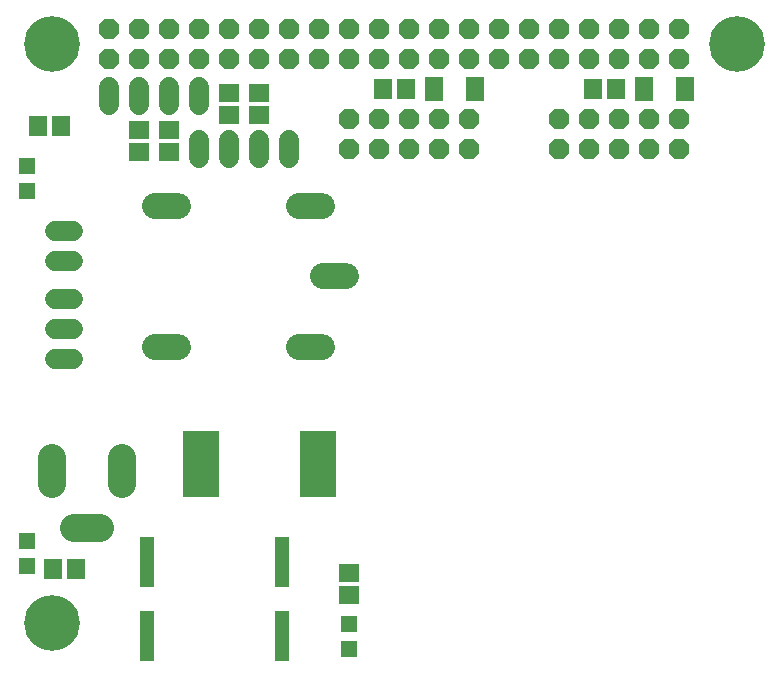
<source format=gbr>
G75*
%MOIN*%
%OFA0B0*%
%FSLAX25Y25*%
%IPPOS*%
%LPD*%
%AMOC8*
5,1,8,0,0,1.08239X$1,22.5*
%
%ADD10R,0.05100X0.16800*%
%ADD11OC8,0.06800*%
%ADD12C,0.06800*%
%ADD13C,0.08600*%
%ADD14R,0.12217X0.22060*%
%ADD15R,0.05524X0.05524*%
%ADD16R,0.05918X0.06706*%
%ADD17R,0.06706X0.05918*%
%ADD18C,0.09400*%
%ADD19R,0.06312X0.07887*%
%ADD20C,0.18580*%
D10*
X0082500Y0076134D03*
X0082500Y0100734D03*
X0127500Y0100734D03*
X0127500Y0076134D03*
D11*
X0150000Y0238434D03*
X0150000Y0248434D03*
X0160000Y0248434D03*
X0170000Y0248434D03*
X0170000Y0238434D03*
X0160000Y0238434D03*
X0180000Y0238434D03*
X0180000Y0248434D03*
X0190000Y0248434D03*
X0190000Y0238434D03*
X0190000Y0268434D03*
X0180000Y0268434D03*
X0180000Y0278434D03*
X0190000Y0278434D03*
X0200000Y0278434D03*
X0210000Y0278434D03*
X0220000Y0278434D03*
X0230000Y0278434D03*
X0240000Y0278434D03*
X0250000Y0278434D03*
X0260000Y0278434D03*
X0260000Y0268434D03*
X0250000Y0268434D03*
X0240000Y0268434D03*
X0230000Y0268434D03*
X0220000Y0268434D03*
X0210000Y0268434D03*
X0200000Y0268434D03*
X0220000Y0248434D03*
X0230000Y0248434D03*
X0240000Y0248434D03*
X0240000Y0238434D03*
X0230000Y0238434D03*
X0220000Y0238434D03*
X0250000Y0238434D03*
X0250000Y0248434D03*
X0260000Y0248434D03*
X0260000Y0238434D03*
X0170000Y0268434D03*
X0160000Y0268434D03*
X0150000Y0268434D03*
X0140000Y0268434D03*
X0140000Y0278434D03*
X0150000Y0278434D03*
X0160000Y0278434D03*
X0170000Y0278434D03*
X0130000Y0278434D03*
X0120000Y0278434D03*
X0110000Y0278434D03*
X0100000Y0278434D03*
X0090000Y0278434D03*
X0080000Y0278434D03*
X0070000Y0278434D03*
X0070000Y0268434D03*
X0080000Y0268434D03*
X0090000Y0268434D03*
X0100000Y0268434D03*
X0110000Y0268434D03*
X0120000Y0268434D03*
X0130000Y0268434D03*
D12*
X0130000Y0241434D02*
X0130000Y0235434D01*
X0120000Y0235434D02*
X0120000Y0241434D01*
X0110000Y0241434D02*
X0110000Y0235434D01*
X0100000Y0235434D02*
X0100000Y0241434D01*
X0100000Y0252934D02*
X0100000Y0258934D01*
X0090000Y0258934D02*
X0090000Y0252934D01*
X0080000Y0252934D02*
X0080000Y0258934D01*
X0070000Y0258934D02*
X0070000Y0252934D01*
X0058000Y0210934D02*
X0052000Y0210934D01*
X0052000Y0200934D02*
X0058000Y0200934D01*
X0058000Y0188434D02*
X0052000Y0188434D01*
X0052000Y0178434D02*
X0058000Y0178434D01*
X0058000Y0168434D02*
X0052000Y0168434D01*
D13*
X0085100Y0172434D02*
X0092900Y0172434D01*
X0133100Y0172434D02*
X0140900Y0172434D01*
X0141100Y0195934D02*
X0148900Y0195934D01*
X0140900Y0219434D02*
X0133100Y0219434D01*
X0092900Y0219434D02*
X0085100Y0219434D01*
D14*
X0100512Y0133434D03*
X0139488Y0133434D03*
D15*
X0150000Y0080067D03*
X0150000Y0071800D03*
X0042500Y0099300D03*
X0042500Y0107567D03*
X0042500Y0224300D03*
X0042500Y0232567D03*
D16*
X0046260Y0245934D03*
X0053740Y0245934D03*
X0161260Y0258434D03*
X0168740Y0258434D03*
X0231260Y0258434D03*
X0238740Y0258434D03*
X0058740Y0098434D03*
X0051260Y0098434D03*
D17*
X0150000Y0097174D03*
X0150000Y0089693D03*
X0090000Y0237193D03*
X0090000Y0244674D03*
X0080000Y0244674D03*
X0080000Y0237193D03*
X0110000Y0249693D03*
X0110000Y0257174D03*
X0120000Y0257174D03*
X0120000Y0249693D03*
D18*
X0074311Y0135234D02*
X0074311Y0126634D01*
X0066800Y0112036D02*
X0058200Y0112036D01*
X0050689Y0126634D02*
X0050689Y0135234D01*
D19*
X0178307Y0258434D03*
X0191693Y0258434D03*
X0248307Y0258434D03*
X0261693Y0258434D03*
D20*
X0050883Y0080489D03*
X0050882Y0273402D03*
X0279197Y0273374D03*
M02*

</source>
